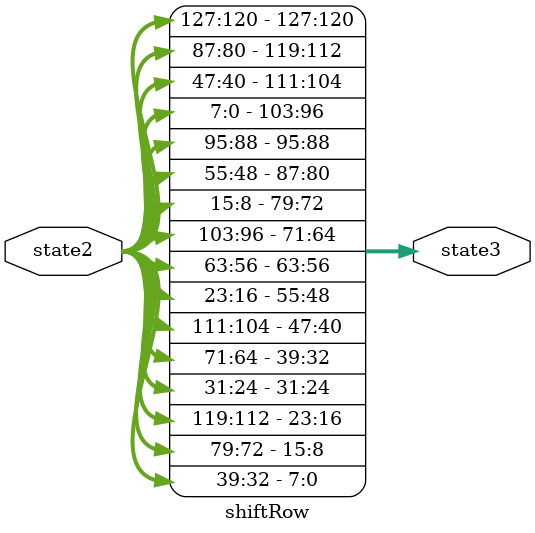
<source format=v>
/*************************************************************************** 
 ***                                                                     *** 
 *** EE 526 L Project                   Avinash Damse, Spring, 2023      *** 
 ***                                                                     *** 
 *** AES Encryption Decryption                                           *** 
 ***                                                                     *** 
 *************************************************************************** 
 ***  Filename: shiftRows.v    Created by Avinash Damse,   2nd May 2023  *** 
 ***     								         					 	 *** 
 ***************************************************************************/ 



`timescale 1ns / 1ps
module shiftRow(state2,state3);

input [127:0] state2;
output [127:0] state3;

assign state3[127:120] = state2[127:120];  

assign state3[119:112] = state2[87:80];

assign state3[111:104] = state2[47:40];

assign state3[103:96] = state2[7:0];

assign state3[95:88] = state2[95:88];

assign state3[87:80] = state2[55:48];

assign state3[79:72] = state2[15:8];

assign state3[71:64] = state2[103:96];

assign state3[63:56] = state2[63:56];

assign state3[55:48] = state2[23:16];

assign state3[47:40] = state2[111:104];

assign state3[39:32] = state2[71:64];

assign state3[31:24] = state2[31:24];

assign state3[23:16] = state2[119:112];

assign state3[15:8] = state2[79:72];

assign state3[7:0] = state2[39:32]; 


endmodule
</source>
